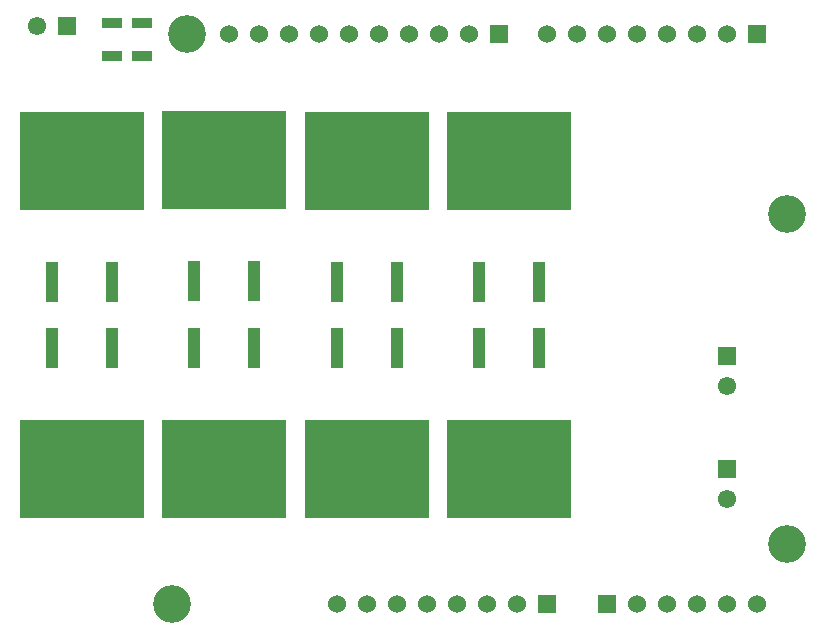
<source format=gbr>
%TF.GenerationSoftware,Altium Limited,Altium Designer,19.1.8 (144)*%
G04 Layer_Color=255*
%FSLAX26Y26*%
%MOIN*%
%TF.FileFunction,Pads,Top*%
%TF.Part,Single*%
G01*
G75*
%TA.AperFunction,SMDPad,CuDef*%
%ADD10R,0.066929X0.037402*%
%ADD11R,0.040000X0.137953*%
%ADD12R,0.412992X0.329921*%
%TA.AperFunction,ComponentPad*%
%ADD17C,0.061024*%
%ADD18R,0.061024X0.061024*%
%ADD19R,0.061024X0.061024*%
%ADD20C,0.060000*%
%ADD21R,0.060000X0.060000*%
%TA.AperFunction,ViaPad*%
%ADD22C,0.125984*%
D10*
X450000Y2035236D02*
D03*
Y1925000D02*
D03*
X350000Y2035236D02*
D03*
Y1925000D02*
D03*
D11*
X1775000Y953543D02*
D03*
X1575000D02*
D03*
Y1171457D02*
D03*
X1775000D02*
D03*
X1300000Y953543D02*
D03*
X1100000D02*
D03*
Y1171457D02*
D03*
X1300000D02*
D03*
X825000Y953543D02*
D03*
X625000D02*
D03*
Y1175000D02*
D03*
X825000D02*
D03*
X350000Y953543D02*
D03*
X150000D02*
D03*
Y1171457D02*
D03*
X350000D02*
D03*
D12*
X1675000Y550000D02*
D03*
Y1575000D02*
D03*
X1200000Y550000D02*
D03*
Y1575000D02*
D03*
X725000Y550000D02*
D03*
Y1578543D02*
D03*
X250000Y550000D02*
D03*
Y1575000D02*
D03*
D17*
X100000Y2025000D02*
D03*
X2400000Y825000D02*
D03*
Y450000D02*
D03*
D18*
X200000Y2025000D02*
D03*
D19*
X2400000Y925000D02*
D03*
Y550000D02*
D03*
D20*
X1600000Y100000D02*
D03*
X1700000D02*
D03*
X1100000D02*
D03*
X1200000D02*
D03*
X1300000D02*
D03*
X1400000D02*
D03*
X1500000D02*
D03*
X2300000Y2000000D02*
D03*
X2400000D02*
D03*
X1800000D02*
D03*
X1900000D02*
D03*
X2000000D02*
D03*
X2100000D02*
D03*
X2200000D02*
D03*
X740000D02*
D03*
X840000D02*
D03*
X940000D02*
D03*
X1040000D02*
D03*
X1140000D02*
D03*
X1240000D02*
D03*
X1340000D02*
D03*
X1440000D02*
D03*
X1540000D02*
D03*
X2500000Y100000D02*
D03*
X2400000D02*
D03*
X2300000D02*
D03*
X2200000D02*
D03*
X2100000D02*
D03*
D21*
X1800000D02*
D03*
X2500000Y2000000D02*
D03*
X1640000D02*
D03*
X2000000Y100000D02*
D03*
D22*
X600000Y2000000D02*
D03*
X550000Y100000D02*
D03*
X2600000Y1400000D02*
D03*
Y300000D02*
D03*
%TF.MD5,ab85703bee03cd6f157204e536735c06*%
M02*

</source>
